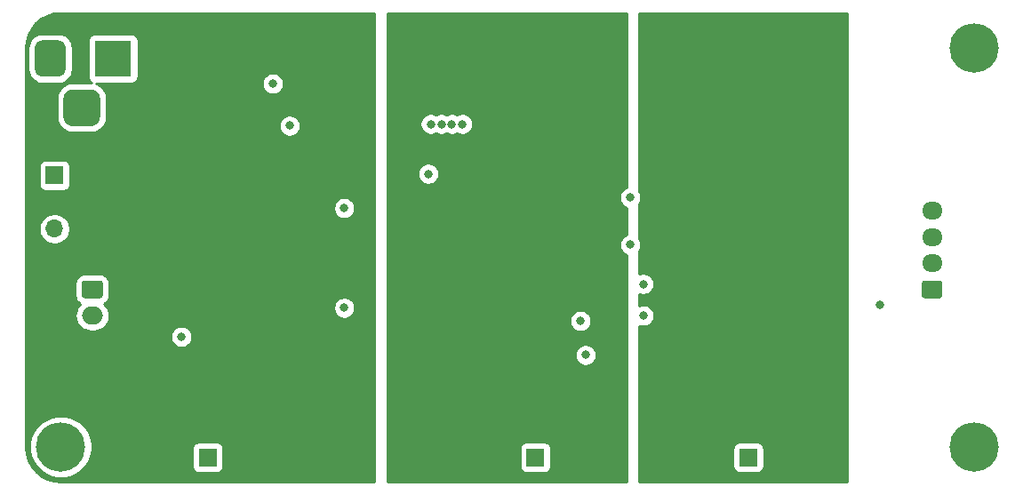
<source format=gbr>
%TF.GenerationSoftware,KiCad,Pcbnew,5.1.10-88a1d61d58~90~ubuntu21.04.1*%
%TF.CreationDate,2021-07-30T10:57:06+02:00*%
%TF.ProjectId,DccDecoder,44636344-6563-46f6-9465-722e6b696361,rev?*%
%TF.SameCoordinates,Original*%
%TF.FileFunction,Copper,L3,Inr*%
%TF.FilePolarity,Positive*%
%FSLAX46Y46*%
G04 Gerber Fmt 4.6, Leading zero omitted, Abs format (unit mm)*
G04 Created by KiCad (PCBNEW 5.1.10-88a1d61d58~90~ubuntu21.04.1) date 2021-07-30 10:57:06*
%MOMM*%
%LPD*%
G01*
G04 APERTURE LIST*
%TA.AperFunction,ComponentPad*%
%ADD10C,4.700000*%
%TD*%
%TA.AperFunction,ComponentPad*%
%ADD11O,1.700000X1.700000*%
%TD*%
%TA.AperFunction,ComponentPad*%
%ADD12R,1.700000X1.700000*%
%TD*%
%TA.AperFunction,ComponentPad*%
%ADD13R,3.500000X3.500000*%
%TD*%
%TA.AperFunction,ComponentPad*%
%ADD14O,1.950000X1.700000*%
%TD*%
%TA.AperFunction,ComponentPad*%
%ADD15O,2.000000X1.700000*%
%TD*%
%TA.AperFunction,ViaPad*%
%ADD16C,0.800000*%
%TD*%
%TA.AperFunction,Conductor*%
%ADD17C,0.254000*%
%TD*%
%TA.AperFunction,Conductor*%
%ADD18C,0.100000*%
%TD*%
G04 APERTURE END LIST*
D10*
%TO.N,GND*%
%TO.C,H3*%
X111000000Y-24000000D03*
%TD*%
%TO.N,GND*%
%TO.C,H2*%
X111000000Y-62000000D03*
%TD*%
%TO.N,GND*%
%TO.C,H1*%
X24000000Y-62000000D03*
%TD*%
D11*
%TO.N,+3V3*%
%TO.C,J6*%
X92040000Y-63000000D03*
D12*
%TO.N,GND*%
X89500000Y-63000000D03*
%TD*%
D11*
%TO.N,+5V*%
%TO.C,J5*%
X71750000Y-63000000D03*
D12*
%TO.N,GND*%
X69210000Y-63000000D03*
%TD*%
%TO.N,GND*%
%TO.C,J2*%
%TA.AperFunction,ComponentPad*%
G36*
G01*
X24250000Y-30575000D02*
X24250000Y-28825000D01*
G75*
G02*
X25125000Y-27950000I875000J0D01*
G01*
X26875000Y-27950000D01*
G75*
G02*
X27750000Y-28825000I0J-875000D01*
G01*
X27750000Y-30575000D01*
G75*
G02*
X26875000Y-31450000I-875000J0D01*
G01*
X25125000Y-31450000D01*
G75*
G02*
X24250000Y-30575000I0J875000D01*
G01*
G37*
%TD.AperFunction*%
%TA.AperFunction,ComponentPad*%
G36*
G01*
X21500000Y-26000000D02*
X21500000Y-24000000D01*
G75*
G02*
X22250000Y-23250000I750000J0D01*
G01*
X23750000Y-23250000D01*
G75*
G02*
X24500000Y-24000000I0J-750000D01*
G01*
X24500000Y-26000000D01*
G75*
G02*
X23750000Y-26750000I-750000J0D01*
G01*
X22250000Y-26750000D01*
G75*
G02*
X21500000Y-26000000I0J750000D01*
G01*
G37*
%TD.AperFunction*%
D13*
%TO.N,/Power Distribution/Vin*%
X29000000Y-25000000D03*
%TD*%
D14*
%TO.N,GND*%
%TO.C,J7*%
X107000000Y-39500000D03*
%TO.N,/_dcc*%
X107000000Y-42000000D03*
%TO.N,/_ack*%
X107000000Y-44500000D03*
%TO.N,+5V*%
%TA.AperFunction,ComponentPad*%
G36*
G01*
X107725000Y-47850000D02*
X106275000Y-47850000D01*
G75*
G02*
X106025000Y-47600000I0J250000D01*
G01*
X106025000Y-46400000D01*
G75*
G02*
X106275000Y-46150000I250000J0D01*
G01*
X107725000Y-46150000D01*
G75*
G02*
X107975000Y-46400000I0J-250000D01*
G01*
X107975000Y-47600000D01*
G75*
G02*
X107725000Y-47850000I-250000J0D01*
G01*
G37*
%TD.AperFunction*%
%TD*%
D11*
%TO.N,Vdrive*%
%TO.C,J4*%
X40540000Y-63000000D03*
D12*
%TO.N,GND*%
X38000000Y-63000000D03*
%TD*%
D11*
%TO.N,/Dcc Interface/DccPower*%
%TO.C,J3*%
X23400000Y-41230000D03*
%TO.N,Vdrive*%
X23400000Y-38690000D03*
D12*
%TO.N,/Power Distribution/Vin*%
X23400000Y-36150000D03*
%TD*%
D15*
%TO.N,/Dcc Interface/J*%
%TO.C,J1*%
X27000000Y-49500000D03*
%TO.N,/Dcc Interface/K*%
%TA.AperFunction,ComponentPad*%
G36*
G01*
X26250000Y-46150000D02*
X27750000Y-46150000D01*
G75*
G02*
X28000000Y-46400000I0J-250000D01*
G01*
X28000000Y-47600000D01*
G75*
G02*
X27750000Y-47850000I-250000J0D01*
G01*
X26250000Y-47850000D01*
G75*
G02*
X26000000Y-47600000I0J250000D01*
G01*
X26000000Y-46400000D01*
G75*
G02*
X26250000Y-46150000I250000J0D01*
G01*
G37*
%TD.AperFunction*%
%TD*%
D16*
%TO.N,GND*%
X102000000Y-48500000D03*
X61250000Y-31250000D03*
X60250000Y-31250000D03*
X59250000Y-31250000D03*
X62250000Y-31250000D03*
X79500000Y-46500000D03*
X79500000Y-49500000D03*
X59000000Y-36000000D03*
X45800000Y-31400000D03*
X44200000Y-27400000D03*
%TO.N,Vdrive*%
X50600000Y-21400000D03*
X49600000Y-21400000D03*
X48600000Y-21400000D03*
X26310000Y-38690000D03*
X27439988Y-38690000D03*
X28750000Y-38690000D03*
%TO.N,+5V*%
X59000000Y-53000000D03*
X60000000Y-53000000D03*
X61000000Y-53000000D03*
X61000000Y-52000000D03*
X60000000Y-52000000D03*
X59000000Y-52000000D03*
X69000000Y-53000000D03*
X68000000Y-53000000D03*
X69000000Y-23000000D03*
%TO.N,/Dcc Interface/K*%
X74000000Y-53250000D03*
%TO.N,/Dcc Interface/J*%
X35500000Y-51500000D03*
X73500000Y-50000000D03*
%TO.N,+3V3*%
X86025000Y-29975000D03*
X84350000Y-29650000D03*
%TO.N,/Dcc Interface/DccP+*%
X51000000Y-48750000D03*
X78250410Y-42749590D03*
%TO.N,/Dcc Interface/DccP-*%
X51000000Y-39250000D03*
X78250000Y-38250000D03*
%TD*%
D17*
%TO.N,Vdrive*%
X53873000Y-65340000D02*
X24032279Y-65340000D01*
X23351874Y-65273286D01*
X22728430Y-65085057D01*
X22153427Y-64779323D01*
X21648752Y-64367721D01*
X21233638Y-63865933D01*
X20923896Y-63293077D01*
X20731318Y-62670961D01*
X20660000Y-61992417D01*
X20660000Y-61706003D01*
X21015000Y-61706003D01*
X21015000Y-62293997D01*
X21129712Y-62870692D01*
X21354727Y-63413928D01*
X21681399Y-63902826D01*
X22097174Y-64318601D01*
X22586072Y-64645273D01*
X23129308Y-64870288D01*
X23706003Y-64985000D01*
X24293997Y-64985000D01*
X24870692Y-64870288D01*
X25413928Y-64645273D01*
X25902826Y-64318601D01*
X26318601Y-63902826D01*
X26645273Y-63413928D01*
X26870288Y-62870692D01*
X26985000Y-62293997D01*
X26985000Y-62150000D01*
X36511928Y-62150000D01*
X36511928Y-63850000D01*
X36524188Y-63974482D01*
X36560498Y-64094180D01*
X36619463Y-64204494D01*
X36698815Y-64301185D01*
X36795506Y-64380537D01*
X36905820Y-64439502D01*
X37025518Y-64475812D01*
X37150000Y-64488072D01*
X38850000Y-64488072D01*
X38974482Y-64475812D01*
X39094180Y-64439502D01*
X39204494Y-64380537D01*
X39301185Y-64301185D01*
X39380537Y-64204494D01*
X39439502Y-64094180D01*
X39475812Y-63974482D01*
X39488072Y-63850000D01*
X39488072Y-62150000D01*
X39475812Y-62025518D01*
X39439502Y-61905820D01*
X39380537Y-61795506D01*
X39301185Y-61698815D01*
X39204494Y-61619463D01*
X39094180Y-61560498D01*
X38974482Y-61524188D01*
X38850000Y-61511928D01*
X37150000Y-61511928D01*
X37025518Y-61524188D01*
X36905820Y-61560498D01*
X36795506Y-61619463D01*
X36698815Y-61698815D01*
X36619463Y-61795506D01*
X36560498Y-61905820D01*
X36524188Y-62025518D01*
X36511928Y-62150000D01*
X26985000Y-62150000D01*
X26985000Y-61706003D01*
X26870288Y-61129308D01*
X26645273Y-60586072D01*
X26318601Y-60097174D01*
X25902826Y-59681399D01*
X25413928Y-59354727D01*
X24870692Y-59129712D01*
X24293997Y-59015000D01*
X23706003Y-59015000D01*
X23129308Y-59129712D01*
X22586072Y-59354727D01*
X22097174Y-59681399D01*
X21681399Y-60097174D01*
X21354727Y-60586072D01*
X21129712Y-61129308D01*
X21015000Y-61706003D01*
X20660000Y-61706003D01*
X20660000Y-51398061D01*
X34465000Y-51398061D01*
X34465000Y-51601939D01*
X34504774Y-51801898D01*
X34582795Y-51990256D01*
X34696063Y-52159774D01*
X34840226Y-52303937D01*
X35009744Y-52417205D01*
X35198102Y-52495226D01*
X35398061Y-52535000D01*
X35601939Y-52535000D01*
X35801898Y-52495226D01*
X35990256Y-52417205D01*
X36159774Y-52303937D01*
X36303937Y-52159774D01*
X36417205Y-51990256D01*
X36495226Y-51801898D01*
X36535000Y-51601939D01*
X36535000Y-51398061D01*
X36495226Y-51198102D01*
X36417205Y-51009744D01*
X36303937Y-50840226D01*
X36159774Y-50696063D01*
X35990256Y-50582795D01*
X35801898Y-50504774D01*
X35601939Y-50465000D01*
X35398061Y-50465000D01*
X35198102Y-50504774D01*
X35009744Y-50582795D01*
X34840226Y-50696063D01*
X34696063Y-50840226D01*
X34582795Y-51009744D01*
X34504774Y-51198102D01*
X34465000Y-51398061D01*
X20660000Y-51398061D01*
X20660000Y-49500000D01*
X25357815Y-49500000D01*
X25386487Y-49791111D01*
X25471401Y-50071034D01*
X25609294Y-50329014D01*
X25794866Y-50555134D01*
X26020986Y-50740706D01*
X26278966Y-50878599D01*
X26558889Y-50963513D01*
X26777050Y-50985000D01*
X27222950Y-50985000D01*
X27441111Y-50963513D01*
X27721034Y-50878599D01*
X27979014Y-50740706D01*
X28205134Y-50555134D01*
X28390706Y-50329014D01*
X28528599Y-50071034D01*
X28613513Y-49791111D01*
X28642185Y-49500000D01*
X28613513Y-49208889D01*
X28528599Y-48928966D01*
X28390706Y-48670986D01*
X28371892Y-48648061D01*
X49965000Y-48648061D01*
X49965000Y-48851939D01*
X50004774Y-49051898D01*
X50082795Y-49240256D01*
X50196063Y-49409774D01*
X50340226Y-49553937D01*
X50509744Y-49667205D01*
X50698102Y-49745226D01*
X50898061Y-49785000D01*
X51101939Y-49785000D01*
X51301898Y-49745226D01*
X51490256Y-49667205D01*
X51659774Y-49553937D01*
X51803937Y-49409774D01*
X51917205Y-49240256D01*
X51995226Y-49051898D01*
X52035000Y-48851939D01*
X52035000Y-48648061D01*
X51995226Y-48448102D01*
X51917205Y-48259744D01*
X51803937Y-48090226D01*
X51659774Y-47946063D01*
X51490256Y-47832795D01*
X51301898Y-47754774D01*
X51101939Y-47715000D01*
X50898061Y-47715000D01*
X50698102Y-47754774D01*
X50509744Y-47832795D01*
X50340226Y-47946063D01*
X50196063Y-48090226D01*
X50082795Y-48259744D01*
X50004774Y-48448102D01*
X49965000Y-48648061D01*
X28371892Y-48648061D01*
X28205134Y-48444866D01*
X28141663Y-48392777D01*
X28243386Y-48338405D01*
X28377962Y-48227962D01*
X28488405Y-48093386D01*
X28570472Y-47939850D01*
X28621008Y-47773254D01*
X28638072Y-47600000D01*
X28638072Y-46400000D01*
X28621008Y-46226746D01*
X28570472Y-46060150D01*
X28488405Y-45906614D01*
X28377962Y-45772038D01*
X28243386Y-45661595D01*
X28089850Y-45579528D01*
X27923254Y-45528992D01*
X27750000Y-45511928D01*
X26250000Y-45511928D01*
X26076746Y-45528992D01*
X25910150Y-45579528D01*
X25756614Y-45661595D01*
X25622038Y-45772038D01*
X25511595Y-45906614D01*
X25429528Y-46060150D01*
X25378992Y-46226746D01*
X25361928Y-46400000D01*
X25361928Y-47600000D01*
X25378992Y-47773254D01*
X25429528Y-47939850D01*
X25511595Y-48093386D01*
X25622038Y-48227962D01*
X25756614Y-48338405D01*
X25858337Y-48392777D01*
X25794866Y-48444866D01*
X25609294Y-48670986D01*
X25471401Y-48928966D01*
X25386487Y-49208889D01*
X25357815Y-49500000D01*
X20660000Y-49500000D01*
X20660000Y-41083740D01*
X21915000Y-41083740D01*
X21915000Y-41376260D01*
X21972068Y-41663158D01*
X22084010Y-41933411D01*
X22246525Y-42176632D01*
X22453368Y-42383475D01*
X22696589Y-42545990D01*
X22966842Y-42657932D01*
X23253740Y-42715000D01*
X23546260Y-42715000D01*
X23833158Y-42657932D01*
X24103411Y-42545990D01*
X24346632Y-42383475D01*
X24553475Y-42176632D01*
X24715990Y-41933411D01*
X24827932Y-41663158D01*
X24885000Y-41376260D01*
X24885000Y-41083740D01*
X24827932Y-40796842D01*
X24715990Y-40526589D01*
X24553475Y-40283368D01*
X24346632Y-40076525D01*
X24103411Y-39914010D01*
X23833158Y-39802068D01*
X23546260Y-39745000D01*
X23253740Y-39745000D01*
X22966842Y-39802068D01*
X22696589Y-39914010D01*
X22453368Y-40076525D01*
X22246525Y-40283368D01*
X22084010Y-40526589D01*
X21972068Y-40796842D01*
X21915000Y-41083740D01*
X20660000Y-41083740D01*
X20660000Y-39148061D01*
X49965000Y-39148061D01*
X49965000Y-39351939D01*
X50004774Y-39551898D01*
X50082795Y-39740256D01*
X50196063Y-39909774D01*
X50340226Y-40053937D01*
X50509744Y-40167205D01*
X50698102Y-40245226D01*
X50898061Y-40285000D01*
X51101939Y-40285000D01*
X51301898Y-40245226D01*
X51490256Y-40167205D01*
X51659774Y-40053937D01*
X51803937Y-39909774D01*
X51917205Y-39740256D01*
X51995226Y-39551898D01*
X52035000Y-39351939D01*
X52035000Y-39148061D01*
X51995226Y-38948102D01*
X51917205Y-38759744D01*
X51803937Y-38590226D01*
X51659774Y-38446063D01*
X51490256Y-38332795D01*
X51301898Y-38254774D01*
X51101939Y-38215000D01*
X50898061Y-38215000D01*
X50698102Y-38254774D01*
X50509744Y-38332795D01*
X50340226Y-38446063D01*
X50196063Y-38590226D01*
X50082795Y-38759744D01*
X50004774Y-38948102D01*
X49965000Y-39148061D01*
X20660000Y-39148061D01*
X20660000Y-35300000D01*
X21911928Y-35300000D01*
X21911928Y-37000000D01*
X21924188Y-37124482D01*
X21960498Y-37244180D01*
X22019463Y-37354494D01*
X22098815Y-37451185D01*
X22195506Y-37530537D01*
X22305820Y-37589502D01*
X22425518Y-37625812D01*
X22550000Y-37638072D01*
X24250000Y-37638072D01*
X24374482Y-37625812D01*
X24494180Y-37589502D01*
X24604494Y-37530537D01*
X24701185Y-37451185D01*
X24780537Y-37354494D01*
X24839502Y-37244180D01*
X24875812Y-37124482D01*
X24888072Y-37000000D01*
X24888072Y-35300000D01*
X24875812Y-35175518D01*
X24839502Y-35055820D01*
X24780537Y-34945506D01*
X24701185Y-34848815D01*
X24604494Y-34769463D01*
X24494180Y-34710498D01*
X24374482Y-34674188D01*
X24250000Y-34661928D01*
X22550000Y-34661928D01*
X22425518Y-34674188D01*
X22305820Y-34710498D01*
X22195506Y-34769463D01*
X22098815Y-34848815D01*
X22019463Y-34945506D01*
X21960498Y-35055820D01*
X21924188Y-35175518D01*
X21911928Y-35300000D01*
X20660000Y-35300000D01*
X20660000Y-28825000D01*
X23611928Y-28825000D01*
X23611928Y-30575000D01*
X23641001Y-30870186D01*
X23727104Y-31154028D01*
X23866927Y-31415618D01*
X24055097Y-31644903D01*
X24284382Y-31833073D01*
X24545972Y-31972896D01*
X24829814Y-32058999D01*
X25125000Y-32088072D01*
X26875000Y-32088072D01*
X27170186Y-32058999D01*
X27454028Y-31972896D01*
X27715618Y-31833073D01*
X27944903Y-31644903D01*
X28133073Y-31415618D01*
X28195908Y-31298061D01*
X44765000Y-31298061D01*
X44765000Y-31501939D01*
X44804774Y-31701898D01*
X44882795Y-31890256D01*
X44996063Y-32059774D01*
X45140226Y-32203937D01*
X45309744Y-32317205D01*
X45498102Y-32395226D01*
X45698061Y-32435000D01*
X45901939Y-32435000D01*
X46101898Y-32395226D01*
X46290256Y-32317205D01*
X46459774Y-32203937D01*
X46603937Y-32059774D01*
X46717205Y-31890256D01*
X46795226Y-31701898D01*
X46835000Y-31501939D01*
X46835000Y-31298061D01*
X46795226Y-31098102D01*
X46717205Y-30909744D01*
X46603937Y-30740226D01*
X46459774Y-30596063D01*
X46290256Y-30482795D01*
X46101898Y-30404774D01*
X45901939Y-30365000D01*
X45698061Y-30365000D01*
X45498102Y-30404774D01*
X45309744Y-30482795D01*
X45140226Y-30596063D01*
X44996063Y-30740226D01*
X44882795Y-30909744D01*
X44804774Y-31098102D01*
X44765000Y-31298061D01*
X28195908Y-31298061D01*
X28272896Y-31154028D01*
X28358999Y-30870186D01*
X28388072Y-30575000D01*
X28388072Y-28825000D01*
X28358999Y-28529814D01*
X28272896Y-28245972D01*
X28133073Y-27984382D01*
X27944903Y-27755097D01*
X27715618Y-27566927D01*
X27454028Y-27427104D01*
X27325357Y-27388072D01*
X30750000Y-27388072D01*
X30874482Y-27375812D01*
X30994180Y-27339502D01*
X31071709Y-27298061D01*
X43165000Y-27298061D01*
X43165000Y-27501939D01*
X43204774Y-27701898D01*
X43282795Y-27890256D01*
X43396063Y-28059774D01*
X43540226Y-28203937D01*
X43709744Y-28317205D01*
X43898102Y-28395226D01*
X44098061Y-28435000D01*
X44301939Y-28435000D01*
X44501898Y-28395226D01*
X44690256Y-28317205D01*
X44859774Y-28203937D01*
X45003937Y-28059774D01*
X45117205Y-27890256D01*
X45195226Y-27701898D01*
X45235000Y-27501939D01*
X45235000Y-27298061D01*
X45195226Y-27098102D01*
X45117205Y-26909744D01*
X45003937Y-26740226D01*
X44859774Y-26596063D01*
X44690256Y-26482795D01*
X44501898Y-26404774D01*
X44301939Y-26365000D01*
X44098061Y-26365000D01*
X43898102Y-26404774D01*
X43709744Y-26482795D01*
X43540226Y-26596063D01*
X43396063Y-26740226D01*
X43282795Y-26909744D01*
X43204774Y-27098102D01*
X43165000Y-27298061D01*
X31071709Y-27298061D01*
X31104494Y-27280537D01*
X31201185Y-27201185D01*
X31280537Y-27104494D01*
X31339502Y-26994180D01*
X31375812Y-26874482D01*
X31388072Y-26750000D01*
X31388072Y-23250000D01*
X31375812Y-23125518D01*
X31339502Y-23005820D01*
X31280537Y-22895506D01*
X31201185Y-22798815D01*
X31104494Y-22719463D01*
X30994180Y-22660498D01*
X30874482Y-22624188D01*
X30750000Y-22611928D01*
X27250000Y-22611928D01*
X27125518Y-22624188D01*
X27005820Y-22660498D01*
X26895506Y-22719463D01*
X26798815Y-22798815D01*
X26719463Y-22895506D01*
X26660498Y-23005820D01*
X26624188Y-23125518D01*
X26611928Y-23250000D01*
X26611928Y-26750000D01*
X26624188Y-26874482D01*
X26660498Y-26994180D01*
X26719463Y-27104494D01*
X26798815Y-27201185D01*
X26895506Y-27280537D01*
X26972131Y-27321494D01*
X26875000Y-27311928D01*
X25125000Y-27311928D01*
X24829814Y-27341001D01*
X24545972Y-27427104D01*
X24284382Y-27566927D01*
X24055097Y-27755097D01*
X23866927Y-27984382D01*
X23727104Y-28245972D01*
X23641001Y-28529814D01*
X23611928Y-28825000D01*
X20660000Y-28825000D01*
X20660000Y-24032278D01*
X20663164Y-24000000D01*
X20861928Y-24000000D01*
X20861928Y-26000000D01*
X20888599Y-26270799D01*
X20967589Y-26531192D01*
X21095860Y-26771171D01*
X21268485Y-26981515D01*
X21478829Y-27154140D01*
X21718808Y-27282411D01*
X21979201Y-27361401D01*
X22250000Y-27388072D01*
X23750000Y-27388072D01*
X24020799Y-27361401D01*
X24281192Y-27282411D01*
X24521171Y-27154140D01*
X24731515Y-26981515D01*
X24904140Y-26771171D01*
X25032411Y-26531192D01*
X25111401Y-26270799D01*
X25138072Y-26000000D01*
X25138072Y-24000000D01*
X25111401Y-23729201D01*
X25032411Y-23468808D01*
X24904140Y-23228829D01*
X24731515Y-23018485D01*
X24521171Y-22845860D01*
X24281192Y-22717589D01*
X24020799Y-22638599D01*
X23750000Y-22611928D01*
X22250000Y-22611928D01*
X21979201Y-22638599D01*
X21718808Y-22717589D01*
X21478829Y-22845860D01*
X21268485Y-23018485D01*
X21095860Y-23228829D01*
X20967589Y-23468808D01*
X20888599Y-23729201D01*
X20861928Y-24000000D01*
X20663164Y-24000000D01*
X20726714Y-23351874D01*
X20914943Y-22728428D01*
X21220681Y-22153421D01*
X21632279Y-21648753D01*
X22134067Y-21233638D01*
X22706924Y-20923895D01*
X23329039Y-20731318D01*
X24007584Y-20660000D01*
X53873000Y-20660000D01*
X53873000Y-65340000D01*
%TA.AperFunction,Conductor*%
D18*
G36*
X53873000Y-65340000D02*
G01*
X24032279Y-65340000D01*
X23351874Y-65273286D01*
X22728430Y-65085057D01*
X22153427Y-64779323D01*
X21648752Y-64367721D01*
X21233638Y-63865933D01*
X20923896Y-63293077D01*
X20731318Y-62670961D01*
X20660000Y-61992417D01*
X20660000Y-61706003D01*
X21015000Y-61706003D01*
X21015000Y-62293997D01*
X21129712Y-62870692D01*
X21354727Y-63413928D01*
X21681399Y-63902826D01*
X22097174Y-64318601D01*
X22586072Y-64645273D01*
X23129308Y-64870288D01*
X23706003Y-64985000D01*
X24293997Y-64985000D01*
X24870692Y-64870288D01*
X25413928Y-64645273D01*
X25902826Y-64318601D01*
X26318601Y-63902826D01*
X26645273Y-63413928D01*
X26870288Y-62870692D01*
X26985000Y-62293997D01*
X26985000Y-62150000D01*
X36511928Y-62150000D01*
X36511928Y-63850000D01*
X36524188Y-63974482D01*
X36560498Y-64094180D01*
X36619463Y-64204494D01*
X36698815Y-64301185D01*
X36795506Y-64380537D01*
X36905820Y-64439502D01*
X37025518Y-64475812D01*
X37150000Y-64488072D01*
X38850000Y-64488072D01*
X38974482Y-64475812D01*
X39094180Y-64439502D01*
X39204494Y-64380537D01*
X39301185Y-64301185D01*
X39380537Y-64204494D01*
X39439502Y-64094180D01*
X39475812Y-63974482D01*
X39488072Y-63850000D01*
X39488072Y-62150000D01*
X39475812Y-62025518D01*
X39439502Y-61905820D01*
X39380537Y-61795506D01*
X39301185Y-61698815D01*
X39204494Y-61619463D01*
X39094180Y-61560498D01*
X38974482Y-61524188D01*
X38850000Y-61511928D01*
X37150000Y-61511928D01*
X37025518Y-61524188D01*
X36905820Y-61560498D01*
X36795506Y-61619463D01*
X36698815Y-61698815D01*
X36619463Y-61795506D01*
X36560498Y-61905820D01*
X36524188Y-62025518D01*
X36511928Y-62150000D01*
X26985000Y-62150000D01*
X26985000Y-61706003D01*
X26870288Y-61129308D01*
X26645273Y-60586072D01*
X26318601Y-60097174D01*
X25902826Y-59681399D01*
X25413928Y-59354727D01*
X24870692Y-59129712D01*
X24293997Y-59015000D01*
X23706003Y-59015000D01*
X23129308Y-59129712D01*
X22586072Y-59354727D01*
X22097174Y-59681399D01*
X21681399Y-60097174D01*
X21354727Y-60586072D01*
X21129712Y-61129308D01*
X21015000Y-61706003D01*
X20660000Y-61706003D01*
X20660000Y-51398061D01*
X34465000Y-51398061D01*
X34465000Y-51601939D01*
X34504774Y-51801898D01*
X34582795Y-51990256D01*
X34696063Y-52159774D01*
X34840226Y-52303937D01*
X35009744Y-52417205D01*
X35198102Y-52495226D01*
X35398061Y-52535000D01*
X35601939Y-52535000D01*
X35801898Y-52495226D01*
X35990256Y-52417205D01*
X36159774Y-52303937D01*
X36303937Y-52159774D01*
X36417205Y-51990256D01*
X36495226Y-51801898D01*
X36535000Y-51601939D01*
X36535000Y-51398061D01*
X36495226Y-51198102D01*
X36417205Y-51009744D01*
X36303937Y-50840226D01*
X36159774Y-50696063D01*
X35990256Y-50582795D01*
X35801898Y-50504774D01*
X35601939Y-50465000D01*
X35398061Y-50465000D01*
X35198102Y-50504774D01*
X35009744Y-50582795D01*
X34840226Y-50696063D01*
X34696063Y-50840226D01*
X34582795Y-51009744D01*
X34504774Y-51198102D01*
X34465000Y-51398061D01*
X20660000Y-51398061D01*
X20660000Y-49500000D01*
X25357815Y-49500000D01*
X25386487Y-49791111D01*
X25471401Y-50071034D01*
X25609294Y-50329014D01*
X25794866Y-50555134D01*
X26020986Y-50740706D01*
X26278966Y-50878599D01*
X26558889Y-50963513D01*
X26777050Y-50985000D01*
X27222950Y-50985000D01*
X27441111Y-50963513D01*
X27721034Y-50878599D01*
X27979014Y-50740706D01*
X28205134Y-50555134D01*
X28390706Y-50329014D01*
X28528599Y-50071034D01*
X28613513Y-49791111D01*
X28642185Y-49500000D01*
X28613513Y-49208889D01*
X28528599Y-48928966D01*
X28390706Y-48670986D01*
X28371892Y-48648061D01*
X49965000Y-48648061D01*
X49965000Y-48851939D01*
X50004774Y-49051898D01*
X50082795Y-49240256D01*
X50196063Y-49409774D01*
X50340226Y-49553937D01*
X50509744Y-49667205D01*
X50698102Y-49745226D01*
X50898061Y-49785000D01*
X51101939Y-49785000D01*
X51301898Y-49745226D01*
X51490256Y-49667205D01*
X51659774Y-49553937D01*
X51803937Y-49409774D01*
X51917205Y-49240256D01*
X51995226Y-49051898D01*
X52035000Y-48851939D01*
X52035000Y-48648061D01*
X51995226Y-48448102D01*
X51917205Y-48259744D01*
X51803937Y-48090226D01*
X51659774Y-47946063D01*
X51490256Y-47832795D01*
X51301898Y-47754774D01*
X51101939Y-47715000D01*
X50898061Y-47715000D01*
X50698102Y-47754774D01*
X50509744Y-47832795D01*
X50340226Y-47946063D01*
X50196063Y-48090226D01*
X50082795Y-48259744D01*
X50004774Y-48448102D01*
X49965000Y-48648061D01*
X28371892Y-48648061D01*
X28205134Y-48444866D01*
X28141663Y-48392777D01*
X28243386Y-48338405D01*
X28377962Y-48227962D01*
X28488405Y-48093386D01*
X28570472Y-47939850D01*
X28621008Y-47773254D01*
X28638072Y-47600000D01*
X28638072Y-46400000D01*
X28621008Y-46226746D01*
X28570472Y-46060150D01*
X28488405Y-45906614D01*
X28377962Y-45772038D01*
X28243386Y-45661595D01*
X28089850Y-45579528D01*
X27923254Y-45528992D01*
X27750000Y-45511928D01*
X26250000Y-45511928D01*
X26076746Y-45528992D01*
X25910150Y-45579528D01*
X25756614Y-45661595D01*
X25622038Y-45772038D01*
X25511595Y-45906614D01*
X25429528Y-46060150D01*
X25378992Y-46226746D01*
X25361928Y-46400000D01*
X25361928Y-47600000D01*
X25378992Y-47773254D01*
X25429528Y-47939850D01*
X25511595Y-48093386D01*
X25622038Y-48227962D01*
X25756614Y-48338405D01*
X25858337Y-48392777D01*
X25794866Y-48444866D01*
X25609294Y-48670986D01*
X25471401Y-48928966D01*
X25386487Y-49208889D01*
X25357815Y-49500000D01*
X20660000Y-49500000D01*
X20660000Y-41083740D01*
X21915000Y-41083740D01*
X21915000Y-41376260D01*
X21972068Y-41663158D01*
X22084010Y-41933411D01*
X22246525Y-42176632D01*
X22453368Y-42383475D01*
X22696589Y-42545990D01*
X22966842Y-42657932D01*
X23253740Y-42715000D01*
X23546260Y-42715000D01*
X23833158Y-42657932D01*
X24103411Y-42545990D01*
X24346632Y-42383475D01*
X24553475Y-42176632D01*
X24715990Y-41933411D01*
X24827932Y-41663158D01*
X24885000Y-41376260D01*
X24885000Y-41083740D01*
X24827932Y-40796842D01*
X24715990Y-40526589D01*
X24553475Y-40283368D01*
X24346632Y-40076525D01*
X24103411Y-39914010D01*
X23833158Y-39802068D01*
X23546260Y-39745000D01*
X23253740Y-39745000D01*
X22966842Y-39802068D01*
X22696589Y-39914010D01*
X22453368Y-40076525D01*
X22246525Y-40283368D01*
X22084010Y-40526589D01*
X21972068Y-40796842D01*
X21915000Y-41083740D01*
X20660000Y-41083740D01*
X20660000Y-39148061D01*
X49965000Y-39148061D01*
X49965000Y-39351939D01*
X50004774Y-39551898D01*
X50082795Y-39740256D01*
X50196063Y-39909774D01*
X50340226Y-40053937D01*
X50509744Y-40167205D01*
X50698102Y-40245226D01*
X50898061Y-40285000D01*
X51101939Y-40285000D01*
X51301898Y-40245226D01*
X51490256Y-40167205D01*
X51659774Y-40053937D01*
X51803937Y-39909774D01*
X51917205Y-39740256D01*
X51995226Y-39551898D01*
X52035000Y-39351939D01*
X52035000Y-39148061D01*
X51995226Y-38948102D01*
X51917205Y-38759744D01*
X51803937Y-38590226D01*
X51659774Y-38446063D01*
X51490256Y-38332795D01*
X51301898Y-38254774D01*
X51101939Y-38215000D01*
X50898061Y-38215000D01*
X50698102Y-38254774D01*
X50509744Y-38332795D01*
X50340226Y-38446063D01*
X50196063Y-38590226D01*
X50082795Y-38759744D01*
X50004774Y-38948102D01*
X49965000Y-39148061D01*
X20660000Y-39148061D01*
X20660000Y-35300000D01*
X21911928Y-35300000D01*
X21911928Y-37000000D01*
X21924188Y-37124482D01*
X21960498Y-37244180D01*
X22019463Y-37354494D01*
X22098815Y-37451185D01*
X22195506Y-37530537D01*
X22305820Y-37589502D01*
X22425518Y-37625812D01*
X22550000Y-37638072D01*
X24250000Y-37638072D01*
X24374482Y-37625812D01*
X24494180Y-37589502D01*
X24604494Y-37530537D01*
X24701185Y-37451185D01*
X24780537Y-37354494D01*
X24839502Y-37244180D01*
X24875812Y-37124482D01*
X24888072Y-37000000D01*
X24888072Y-35300000D01*
X24875812Y-35175518D01*
X24839502Y-35055820D01*
X24780537Y-34945506D01*
X24701185Y-34848815D01*
X24604494Y-34769463D01*
X24494180Y-34710498D01*
X24374482Y-34674188D01*
X24250000Y-34661928D01*
X22550000Y-34661928D01*
X22425518Y-34674188D01*
X22305820Y-34710498D01*
X22195506Y-34769463D01*
X22098815Y-34848815D01*
X22019463Y-34945506D01*
X21960498Y-35055820D01*
X21924188Y-35175518D01*
X21911928Y-35300000D01*
X20660000Y-35300000D01*
X20660000Y-28825000D01*
X23611928Y-28825000D01*
X23611928Y-30575000D01*
X23641001Y-30870186D01*
X23727104Y-31154028D01*
X23866927Y-31415618D01*
X24055097Y-31644903D01*
X24284382Y-31833073D01*
X24545972Y-31972896D01*
X24829814Y-32058999D01*
X25125000Y-32088072D01*
X26875000Y-32088072D01*
X27170186Y-32058999D01*
X27454028Y-31972896D01*
X27715618Y-31833073D01*
X27944903Y-31644903D01*
X28133073Y-31415618D01*
X28195908Y-31298061D01*
X44765000Y-31298061D01*
X44765000Y-31501939D01*
X44804774Y-31701898D01*
X44882795Y-31890256D01*
X44996063Y-32059774D01*
X45140226Y-32203937D01*
X45309744Y-32317205D01*
X45498102Y-32395226D01*
X45698061Y-32435000D01*
X45901939Y-32435000D01*
X46101898Y-32395226D01*
X46290256Y-32317205D01*
X46459774Y-32203937D01*
X46603937Y-32059774D01*
X46717205Y-31890256D01*
X46795226Y-31701898D01*
X46835000Y-31501939D01*
X46835000Y-31298061D01*
X46795226Y-31098102D01*
X46717205Y-30909744D01*
X46603937Y-30740226D01*
X46459774Y-30596063D01*
X46290256Y-30482795D01*
X46101898Y-30404774D01*
X45901939Y-30365000D01*
X45698061Y-30365000D01*
X45498102Y-30404774D01*
X45309744Y-30482795D01*
X45140226Y-30596063D01*
X44996063Y-30740226D01*
X44882795Y-30909744D01*
X44804774Y-31098102D01*
X44765000Y-31298061D01*
X28195908Y-31298061D01*
X28272896Y-31154028D01*
X28358999Y-30870186D01*
X28388072Y-30575000D01*
X28388072Y-28825000D01*
X28358999Y-28529814D01*
X28272896Y-28245972D01*
X28133073Y-27984382D01*
X27944903Y-27755097D01*
X27715618Y-27566927D01*
X27454028Y-27427104D01*
X27325357Y-27388072D01*
X30750000Y-27388072D01*
X30874482Y-27375812D01*
X30994180Y-27339502D01*
X31071709Y-27298061D01*
X43165000Y-27298061D01*
X43165000Y-27501939D01*
X43204774Y-27701898D01*
X43282795Y-27890256D01*
X43396063Y-28059774D01*
X43540226Y-28203937D01*
X43709744Y-28317205D01*
X43898102Y-28395226D01*
X44098061Y-28435000D01*
X44301939Y-28435000D01*
X44501898Y-28395226D01*
X44690256Y-28317205D01*
X44859774Y-28203937D01*
X45003937Y-28059774D01*
X45117205Y-27890256D01*
X45195226Y-27701898D01*
X45235000Y-27501939D01*
X45235000Y-27298061D01*
X45195226Y-27098102D01*
X45117205Y-26909744D01*
X45003937Y-26740226D01*
X44859774Y-26596063D01*
X44690256Y-26482795D01*
X44501898Y-26404774D01*
X44301939Y-26365000D01*
X44098061Y-26365000D01*
X43898102Y-26404774D01*
X43709744Y-26482795D01*
X43540226Y-26596063D01*
X43396063Y-26740226D01*
X43282795Y-26909744D01*
X43204774Y-27098102D01*
X43165000Y-27298061D01*
X31071709Y-27298061D01*
X31104494Y-27280537D01*
X31201185Y-27201185D01*
X31280537Y-27104494D01*
X31339502Y-26994180D01*
X31375812Y-26874482D01*
X31388072Y-26750000D01*
X31388072Y-23250000D01*
X31375812Y-23125518D01*
X31339502Y-23005820D01*
X31280537Y-22895506D01*
X31201185Y-22798815D01*
X31104494Y-22719463D01*
X30994180Y-22660498D01*
X30874482Y-22624188D01*
X30750000Y-22611928D01*
X27250000Y-22611928D01*
X27125518Y-22624188D01*
X27005820Y-22660498D01*
X26895506Y-22719463D01*
X26798815Y-22798815D01*
X26719463Y-22895506D01*
X26660498Y-23005820D01*
X26624188Y-23125518D01*
X26611928Y-23250000D01*
X26611928Y-26750000D01*
X26624188Y-26874482D01*
X26660498Y-26994180D01*
X26719463Y-27104494D01*
X26798815Y-27201185D01*
X26895506Y-27280537D01*
X26972131Y-27321494D01*
X26875000Y-27311928D01*
X25125000Y-27311928D01*
X24829814Y-27341001D01*
X24545972Y-27427104D01*
X24284382Y-27566927D01*
X24055097Y-27755097D01*
X23866927Y-27984382D01*
X23727104Y-28245972D01*
X23641001Y-28529814D01*
X23611928Y-28825000D01*
X20660000Y-28825000D01*
X20660000Y-24032278D01*
X20663164Y-24000000D01*
X20861928Y-24000000D01*
X20861928Y-26000000D01*
X20888599Y-26270799D01*
X20967589Y-26531192D01*
X21095860Y-26771171D01*
X21268485Y-26981515D01*
X21478829Y-27154140D01*
X21718808Y-27282411D01*
X21979201Y-27361401D01*
X22250000Y-27388072D01*
X23750000Y-27388072D01*
X24020799Y-27361401D01*
X24281192Y-27282411D01*
X24521171Y-27154140D01*
X24731515Y-26981515D01*
X24904140Y-26771171D01*
X25032411Y-26531192D01*
X25111401Y-26270799D01*
X25138072Y-26000000D01*
X25138072Y-24000000D01*
X25111401Y-23729201D01*
X25032411Y-23468808D01*
X24904140Y-23228829D01*
X24731515Y-23018485D01*
X24521171Y-22845860D01*
X24281192Y-22717589D01*
X24020799Y-22638599D01*
X23750000Y-22611928D01*
X22250000Y-22611928D01*
X21979201Y-22638599D01*
X21718808Y-22717589D01*
X21478829Y-22845860D01*
X21268485Y-23018485D01*
X21095860Y-23228829D01*
X20967589Y-23468808D01*
X20888599Y-23729201D01*
X20861928Y-24000000D01*
X20663164Y-24000000D01*
X20726714Y-23351874D01*
X20914943Y-22728428D01*
X21220681Y-22153421D01*
X21632279Y-21648753D01*
X22134067Y-21233638D01*
X22706924Y-20923895D01*
X23329039Y-20731318D01*
X24007584Y-20660000D01*
X53873000Y-20660000D01*
X53873000Y-65340000D01*
G37*
%TD.AperFunction*%
%TD*%
D17*
%TO.N,+5V*%
X77873000Y-37285882D02*
X77759744Y-37332795D01*
X77590226Y-37446063D01*
X77446063Y-37590226D01*
X77332795Y-37759744D01*
X77254774Y-37948102D01*
X77215000Y-38148061D01*
X77215000Y-38351939D01*
X77254774Y-38551898D01*
X77332795Y-38740256D01*
X77446063Y-38909774D01*
X77590226Y-39053937D01*
X77759744Y-39167205D01*
X77873000Y-39214118D01*
X77873000Y-41785642D01*
X77760154Y-41832385D01*
X77590636Y-41945653D01*
X77446473Y-42089816D01*
X77333205Y-42259334D01*
X77255184Y-42447692D01*
X77215410Y-42647651D01*
X77215410Y-42851529D01*
X77255184Y-43051488D01*
X77333205Y-43239846D01*
X77446473Y-43409364D01*
X77590636Y-43553527D01*
X77760154Y-43666795D01*
X77873000Y-43713538D01*
X77873000Y-65340000D01*
X55127000Y-65340000D01*
X55127000Y-62150000D01*
X67721928Y-62150000D01*
X67721928Y-63850000D01*
X67734188Y-63974482D01*
X67770498Y-64094180D01*
X67829463Y-64204494D01*
X67908815Y-64301185D01*
X68005506Y-64380537D01*
X68115820Y-64439502D01*
X68235518Y-64475812D01*
X68360000Y-64488072D01*
X70060000Y-64488072D01*
X70184482Y-64475812D01*
X70304180Y-64439502D01*
X70414494Y-64380537D01*
X70511185Y-64301185D01*
X70590537Y-64204494D01*
X70649502Y-64094180D01*
X70685812Y-63974482D01*
X70698072Y-63850000D01*
X70698072Y-62150000D01*
X70685812Y-62025518D01*
X70649502Y-61905820D01*
X70590537Y-61795506D01*
X70511185Y-61698815D01*
X70414494Y-61619463D01*
X70304180Y-61560498D01*
X70184482Y-61524188D01*
X70060000Y-61511928D01*
X68360000Y-61511928D01*
X68235518Y-61524188D01*
X68115820Y-61560498D01*
X68005506Y-61619463D01*
X67908815Y-61698815D01*
X67829463Y-61795506D01*
X67770498Y-61905820D01*
X67734188Y-62025518D01*
X67721928Y-62150000D01*
X55127000Y-62150000D01*
X55127000Y-53148061D01*
X72965000Y-53148061D01*
X72965000Y-53351939D01*
X73004774Y-53551898D01*
X73082795Y-53740256D01*
X73196063Y-53909774D01*
X73340226Y-54053937D01*
X73509744Y-54167205D01*
X73698102Y-54245226D01*
X73898061Y-54285000D01*
X74101939Y-54285000D01*
X74301898Y-54245226D01*
X74490256Y-54167205D01*
X74659774Y-54053937D01*
X74803937Y-53909774D01*
X74917205Y-53740256D01*
X74995226Y-53551898D01*
X75035000Y-53351939D01*
X75035000Y-53148061D01*
X74995226Y-52948102D01*
X74917205Y-52759744D01*
X74803937Y-52590226D01*
X74659774Y-52446063D01*
X74490256Y-52332795D01*
X74301898Y-52254774D01*
X74101939Y-52215000D01*
X73898061Y-52215000D01*
X73698102Y-52254774D01*
X73509744Y-52332795D01*
X73340226Y-52446063D01*
X73196063Y-52590226D01*
X73082795Y-52759744D01*
X73004774Y-52948102D01*
X72965000Y-53148061D01*
X55127000Y-53148061D01*
X55127000Y-49898061D01*
X72465000Y-49898061D01*
X72465000Y-50101939D01*
X72504774Y-50301898D01*
X72582795Y-50490256D01*
X72696063Y-50659774D01*
X72840226Y-50803937D01*
X73009744Y-50917205D01*
X73198102Y-50995226D01*
X73398061Y-51035000D01*
X73601939Y-51035000D01*
X73801898Y-50995226D01*
X73990256Y-50917205D01*
X74159774Y-50803937D01*
X74303937Y-50659774D01*
X74417205Y-50490256D01*
X74495226Y-50301898D01*
X74535000Y-50101939D01*
X74535000Y-49898061D01*
X74495226Y-49698102D01*
X74417205Y-49509744D01*
X74303937Y-49340226D01*
X74159774Y-49196063D01*
X73990256Y-49082795D01*
X73801898Y-49004774D01*
X73601939Y-48965000D01*
X73398061Y-48965000D01*
X73198102Y-49004774D01*
X73009744Y-49082795D01*
X72840226Y-49196063D01*
X72696063Y-49340226D01*
X72582795Y-49509744D01*
X72504774Y-49698102D01*
X72465000Y-49898061D01*
X55127000Y-49898061D01*
X55127000Y-35898061D01*
X57965000Y-35898061D01*
X57965000Y-36101939D01*
X58004774Y-36301898D01*
X58082795Y-36490256D01*
X58196063Y-36659774D01*
X58340226Y-36803937D01*
X58509744Y-36917205D01*
X58698102Y-36995226D01*
X58898061Y-37035000D01*
X59101939Y-37035000D01*
X59301898Y-36995226D01*
X59490256Y-36917205D01*
X59659774Y-36803937D01*
X59803937Y-36659774D01*
X59917205Y-36490256D01*
X59995226Y-36301898D01*
X60035000Y-36101939D01*
X60035000Y-35898061D01*
X59995226Y-35698102D01*
X59917205Y-35509744D01*
X59803937Y-35340226D01*
X59659774Y-35196063D01*
X59490256Y-35082795D01*
X59301898Y-35004774D01*
X59101939Y-34965000D01*
X58898061Y-34965000D01*
X58698102Y-35004774D01*
X58509744Y-35082795D01*
X58340226Y-35196063D01*
X58196063Y-35340226D01*
X58082795Y-35509744D01*
X58004774Y-35698102D01*
X57965000Y-35898061D01*
X55127000Y-35898061D01*
X55127000Y-31148061D01*
X58215000Y-31148061D01*
X58215000Y-31351939D01*
X58254774Y-31551898D01*
X58332795Y-31740256D01*
X58446063Y-31909774D01*
X58590226Y-32053937D01*
X58759744Y-32167205D01*
X58948102Y-32245226D01*
X59148061Y-32285000D01*
X59351939Y-32285000D01*
X59551898Y-32245226D01*
X59740256Y-32167205D01*
X59750000Y-32160694D01*
X59759744Y-32167205D01*
X59948102Y-32245226D01*
X60148061Y-32285000D01*
X60351939Y-32285000D01*
X60551898Y-32245226D01*
X60740256Y-32167205D01*
X60750000Y-32160694D01*
X60759744Y-32167205D01*
X60948102Y-32245226D01*
X61148061Y-32285000D01*
X61351939Y-32285000D01*
X61551898Y-32245226D01*
X61740256Y-32167205D01*
X61750000Y-32160694D01*
X61759744Y-32167205D01*
X61948102Y-32245226D01*
X62148061Y-32285000D01*
X62351939Y-32285000D01*
X62551898Y-32245226D01*
X62740256Y-32167205D01*
X62909774Y-32053937D01*
X63053937Y-31909774D01*
X63167205Y-31740256D01*
X63245226Y-31551898D01*
X63285000Y-31351939D01*
X63285000Y-31148061D01*
X63245226Y-30948102D01*
X63167205Y-30759744D01*
X63053937Y-30590226D01*
X62909774Y-30446063D01*
X62740256Y-30332795D01*
X62551898Y-30254774D01*
X62351939Y-30215000D01*
X62148061Y-30215000D01*
X61948102Y-30254774D01*
X61759744Y-30332795D01*
X61750000Y-30339306D01*
X61740256Y-30332795D01*
X61551898Y-30254774D01*
X61351939Y-30215000D01*
X61148061Y-30215000D01*
X60948102Y-30254774D01*
X60759744Y-30332795D01*
X60750000Y-30339306D01*
X60740256Y-30332795D01*
X60551898Y-30254774D01*
X60351939Y-30215000D01*
X60148061Y-30215000D01*
X59948102Y-30254774D01*
X59759744Y-30332795D01*
X59750000Y-30339306D01*
X59740256Y-30332795D01*
X59551898Y-30254774D01*
X59351939Y-30215000D01*
X59148061Y-30215000D01*
X58948102Y-30254774D01*
X58759744Y-30332795D01*
X58590226Y-30446063D01*
X58446063Y-30590226D01*
X58332795Y-30759744D01*
X58254774Y-30948102D01*
X58215000Y-31148061D01*
X55127000Y-31148061D01*
X55127000Y-20660000D01*
X77873000Y-20660000D01*
X77873000Y-37285882D01*
%TA.AperFunction,Conductor*%
D18*
G36*
X77873000Y-37285882D02*
G01*
X77759744Y-37332795D01*
X77590226Y-37446063D01*
X77446063Y-37590226D01*
X77332795Y-37759744D01*
X77254774Y-37948102D01*
X77215000Y-38148061D01*
X77215000Y-38351939D01*
X77254774Y-38551898D01*
X77332795Y-38740256D01*
X77446063Y-38909774D01*
X77590226Y-39053937D01*
X77759744Y-39167205D01*
X77873000Y-39214118D01*
X77873000Y-41785642D01*
X77760154Y-41832385D01*
X77590636Y-41945653D01*
X77446473Y-42089816D01*
X77333205Y-42259334D01*
X77255184Y-42447692D01*
X77215410Y-42647651D01*
X77215410Y-42851529D01*
X77255184Y-43051488D01*
X77333205Y-43239846D01*
X77446473Y-43409364D01*
X77590636Y-43553527D01*
X77760154Y-43666795D01*
X77873000Y-43713538D01*
X77873000Y-65340000D01*
X55127000Y-65340000D01*
X55127000Y-62150000D01*
X67721928Y-62150000D01*
X67721928Y-63850000D01*
X67734188Y-63974482D01*
X67770498Y-64094180D01*
X67829463Y-64204494D01*
X67908815Y-64301185D01*
X68005506Y-64380537D01*
X68115820Y-64439502D01*
X68235518Y-64475812D01*
X68360000Y-64488072D01*
X70060000Y-64488072D01*
X70184482Y-64475812D01*
X70304180Y-64439502D01*
X70414494Y-64380537D01*
X70511185Y-64301185D01*
X70590537Y-64204494D01*
X70649502Y-64094180D01*
X70685812Y-63974482D01*
X70698072Y-63850000D01*
X70698072Y-62150000D01*
X70685812Y-62025518D01*
X70649502Y-61905820D01*
X70590537Y-61795506D01*
X70511185Y-61698815D01*
X70414494Y-61619463D01*
X70304180Y-61560498D01*
X70184482Y-61524188D01*
X70060000Y-61511928D01*
X68360000Y-61511928D01*
X68235518Y-61524188D01*
X68115820Y-61560498D01*
X68005506Y-61619463D01*
X67908815Y-61698815D01*
X67829463Y-61795506D01*
X67770498Y-61905820D01*
X67734188Y-62025518D01*
X67721928Y-62150000D01*
X55127000Y-62150000D01*
X55127000Y-53148061D01*
X72965000Y-53148061D01*
X72965000Y-53351939D01*
X73004774Y-53551898D01*
X73082795Y-53740256D01*
X73196063Y-53909774D01*
X73340226Y-54053937D01*
X73509744Y-54167205D01*
X73698102Y-54245226D01*
X73898061Y-54285000D01*
X74101939Y-54285000D01*
X74301898Y-54245226D01*
X74490256Y-54167205D01*
X74659774Y-54053937D01*
X74803937Y-53909774D01*
X74917205Y-53740256D01*
X74995226Y-53551898D01*
X75035000Y-53351939D01*
X75035000Y-53148061D01*
X74995226Y-52948102D01*
X74917205Y-52759744D01*
X74803937Y-52590226D01*
X74659774Y-52446063D01*
X74490256Y-52332795D01*
X74301898Y-52254774D01*
X74101939Y-52215000D01*
X73898061Y-52215000D01*
X73698102Y-52254774D01*
X73509744Y-52332795D01*
X73340226Y-52446063D01*
X73196063Y-52590226D01*
X73082795Y-52759744D01*
X73004774Y-52948102D01*
X72965000Y-53148061D01*
X55127000Y-53148061D01*
X55127000Y-49898061D01*
X72465000Y-49898061D01*
X72465000Y-50101939D01*
X72504774Y-50301898D01*
X72582795Y-50490256D01*
X72696063Y-50659774D01*
X72840226Y-50803937D01*
X73009744Y-50917205D01*
X73198102Y-50995226D01*
X73398061Y-51035000D01*
X73601939Y-51035000D01*
X73801898Y-50995226D01*
X73990256Y-50917205D01*
X74159774Y-50803937D01*
X74303937Y-50659774D01*
X74417205Y-50490256D01*
X74495226Y-50301898D01*
X74535000Y-50101939D01*
X74535000Y-49898061D01*
X74495226Y-49698102D01*
X74417205Y-49509744D01*
X74303937Y-49340226D01*
X74159774Y-49196063D01*
X73990256Y-49082795D01*
X73801898Y-49004774D01*
X73601939Y-48965000D01*
X73398061Y-48965000D01*
X73198102Y-49004774D01*
X73009744Y-49082795D01*
X72840226Y-49196063D01*
X72696063Y-49340226D01*
X72582795Y-49509744D01*
X72504774Y-49698102D01*
X72465000Y-49898061D01*
X55127000Y-49898061D01*
X55127000Y-35898061D01*
X57965000Y-35898061D01*
X57965000Y-36101939D01*
X58004774Y-36301898D01*
X58082795Y-36490256D01*
X58196063Y-36659774D01*
X58340226Y-36803937D01*
X58509744Y-36917205D01*
X58698102Y-36995226D01*
X58898061Y-37035000D01*
X59101939Y-37035000D01*
X59301898Y-36995226D01*
X59490256Y-36917205D01*
X59659774Y-36803937D01*
X59803937Y-36659774D01*
X59917205Y-36490256D01*
X59995226Y-36301898D01*
X60035000Y-36101939D01*
X60035000Y-35898061D01*
X59995226Y-35698102D01*
X59917205Y-35509744D01*
X59803937Y-35340226D01*
X59659774Y-35196063D01*
X59490256Y-35082795D01*
X59301898Y-35004774D01*
X59101939Y-34965000D01*
X58898061Y-34965000D01*
X58698102Y-35004774D01*
X58509744Y-35082795D01*
X58340226Y-35196063D01*
X58196063Y-35340226D01*
X58082795Y-35509744D01*
X58004774Y-35698102D01*
X57965000Y-35898061D01*
X55127000Y-35898061D01*
X55127000Y-31148061D01*
X58215000Y-31148061D01*
X58215000Y-31351939D01*
X58254774Y-31551898D01*
X58332795Y-31740256D01*
X58446063Y-31909774D01*
X58590226Y-32053937D01*
X58759744Y-32167205D01*
X58948102Y-32245226D01*
X59148061Y-32285000D01*
X59351939Y-32285000D01*
X59551898Y-32245226D01*
X59740256Y-32167205D01*
X59750000Y-32160694D01*
X59759744Y-32167205D01*
X59948102Y-32245226D01*
X60148061Y-32285000D01*
X60351939Y-32285000D01*
X60551898Y-32245226D01*
X60740256Y-32167205D01*
X60750000Y-32160694D01*
X60759744Y-32167205D01*
X60948102Y-32245226D01*
X61148061Y-32285000D01*
X61351939Y-32285000D01*
X61551898Y-32245226D01*
X61740256Y-32167205D01*
X61750000Y-32160694D01*
X61759744Y-32167205D01*
X61948102Y-32245226D01*
X62148061Y-32285000D01*
X62351939Y-32285000D01*
X62551898Y-32245226D01*
X62740256Y-32167205D01*
X62909774Y-32053937D01*
X63053937Y-31909774D01*
X63167205Y-31740256D01*
X63245226Y-31551898D01*
X63285000Y-31351939D01*
X63285000Y-31148061D01*
X63245226Y-30948102D01*
X63167205Y-30759744D01*
X63053937Y-30590226D01*
X62909774Y-30446063D01*
X62740256Y-30332795D01*
X62551898Y-30254774D01*
X62351939Y-30215000D01*
X62148061Y-30215000D01*
X61948102Y-30254774D01*
X61759744Y-30332795D01*
X61750000Y-30339306D01*
X61740256Y-30332795D01*
X61551898Y-30254774D01*
X61351939Y-30215000D01*
X61148061Y-30215000D01*
X60948102Y-30254774D01*
X60759744Y-30332795D01*
X60750000Y-30339306D01*
X60740256Y-30332795D01*
X60551898Y-30254774D01*
X60351939Y-30215000D01*
X60148061Y-30215000D01*
X59948102Y-30254774D01*
X59759744Y-30332795D01*
X59750000Y-30339306D01*
X59740256Y-30332795D01*
X59551898Y-30254774D01*
X59351939Y-30215000D01*
X59148061Y-30215000D01*
X58948102Y-30254774D01*
X58759744Y-30332795D01*
X58590226Y-30446063D01*
X58446063Y-30590226D01*
X58332795Y-30759744D01*
X58254774Y-30948102D01*
X58215000Y-31148061D01*
X55127000Y-31148061D01*
X55127000Y-20660000D01*
X77873000Y-20660000D01*
X77873000Y-37285882D01*
G37*
%TD.AperFunction*%
%TD*%
D17*
%TO.N,+3V3*%
X98873000Y-65340000D02*
X79127000Y-65340000D01*
X79127000Y-62150000D01*
X88011928Y-62150000D01*
X88011928Y-63850000D01*
X88024188Y-63974482D01*
X88060498Y-64094180D01*
X88119463Y-64204494D01*
X88198815Y-64301185D01*
X88295506Y-64380537D01*
X88405820Y-64439502D01*
X88525518Y-64475812D01*
X88650000Y-64488072D01*
X90350000Y-64488072D01*
X90474482Y-64475812D01*
X90594180Y-64439502D01*
X90704494Y-64380537D01*
X90801185Y-64301185D01*
X90880537Y-64204494D01*
X90939502Y-64094180D01*
X90975812Y-63974482D01*
X90988072Y-63850000D01*
X90988072Y-62150000D01*
X90975812Y-62025518D01*
X90939502Y-61905820D01*
X90880537Y-61795506D01*
X90801185Y-61698815D01*
X90704494Y-61619463D01*
X90594180Y-61560498D01*
X90474482Y-61524188D01*
X90350000Y-61511928D01*
X88650000Y-61511928D01*
X88525518Y-61524188D01*
X88405820Y-61560498D01*
X88295506Y-61619463D01*
X88198815Y-61698815D01*
X88119463Y-61795506D01*
X88060498Y-61905820D01*
X88024188Y-62025518D01*
X88011928Y-62150000D01*
X79127000Y-62150000D01*
X79127000Y-50465774D01*
X79198102Y-50495226D01*
X79398061Y-50535000D01*
X79601939Y-50535000D01*
X79801898Y-50495226D01*
X79990256Y-50417205D01*
X80159774Y-50303937D01*
X80303937Y-50159774D01*
X80417205Y-49990256D01*
X80495226Y-49801898D01*
X80535000Y-49601939D01*
X80535000Y-49398061D01*
X80495226Y-49198102D01*
X80417205Y-49009744D01*
X80303937Y-48840226D01*
X80159774Y-48696063D01*
X79990256Y-48582795D01*
X79801898Y-48504774D01*
X79601939Y-48465000D01*
X79398061Y-48465000D01*
X79198102Y-48504774D01*
X79127000Y-48534226D01*
X79127000Y-47465774D01*
X79198102Y-47495226D01*
X79398061Y-47535000D01*
X79601939Y-47535000D01*
X79801898Y-47495226D01*
X79990256Y-47417205D01*
X80159774Y-47303937D01*
X80303937Y-47159774D01*
X80417205Y-46990256D01*
X80495226Y-46801898D01*
X80535000Y-46601939D01*
X80535000Y-46398061D01*
X80495226Y-46198102D01*
X80417205Y-46009744D01*
X80303937Y-45840226D01*
X80159774Y-45696063D01*
X79990256Y-45582795D01*
X79801898Y-45504774D01*
X79601939Y-45465000D01*
X79398061Y-45465000D01*
X79198102Y-45504774D01*
X79127000Y-45534226D01*
X79127000Y-43300631D01*
X79167615Y-43239846D01*
X79245636Y-43051488D01*
X79285410Y-42851529D01*
X79285410Y-42647651D01*
X79245636Y-42447692D01*
X79167615Y-42259334D01*
X79127000Y-42198549D01*
X79127000Y-38800427D01*
X79167205Y-38740256D01*
X79245226Y-38551898D01*
X79285000Y-38351939D01*
X79285000Y-38148061D01*
X79245226Y-37948102D01*
X79167205Y-37759744D01*
X79127000Y-37699573D01*
X79127000Y-20660000D01*
X98873000Y-20660000D01*
X98873000Y-65340000D01*
%TA.AperFunction,Conductor*%
D18*
G36*
X98873000Y-65340000D02*
G01*
X79127000Y-65340000D01*
X79127000Y-62150000D01*
X88011928Y-62150000D01*
X88011928Y-63850000D01*
X88024188Y-63974482D01*
X88060498Y-64094180D01*
X88119463Y-64204494D01*
X88198815Y-64301185D01*
X88295506Y-64380537D01*
X88405820Y-64439502D01*
X88525518Y-64475812D01*
X88650000Y-64488072D01*
X90350000Y-64488072D01*
X90474482Y-64475812D01*
X90594180Y-64439502D01*
X90704494Y-64380537D01*
X90801185Y-64301185D01*
X90880537Y-64204494D01*
X90939502Y-64094180D01*
X90975812Y-63974482D01*
X90988072Y-63850000D01*
X90988072Y-62150000D01*
X90975812Y-62025518D01*
X90939502Y-61905820D01*
X90880537Y-61795506D01*
X90801185Y-61698815D01*
X90704494Y-61619463D01*
X90594180Y-61560498D01*
X90474482Y-61524188D01*
X90350000Y-61511928D01*
X88650000Y-61511928D01*
X88525518Y-61524188D01*
X88405820Y-61560498D01*
X88295506Y-61619463D01*
X88198815Y-61698815D01*
X88119463Y-61795506D01*
X88060498Y-61905820D01*
X88024188Y-62025518D01*
X88011928Y-62150000D01*
X79127000Y-62150000D01*
X79127000Y-50465774D01*
X79198102Y-50495226D01*
X79398061Y-50535000D01*
X79601939Y-50535000D01*
X79801898Y-50495226D01*
X79990256Y-50417205D01*
X80159774Y-50303937D01*
X80303937Y-50159774D01*
X80417205Y-49990256D01*
X80495226Y-49801898D01*
X80535000Y-49601939D01*
X80535000Y-49398061D01*
X80495226Y-49198102D01*
X80417205Y-49009744D01*
X80303937Y-48840226D01*
X80159774Y-48696063D01*
X79990256Y-48582795D01*
X79801898Y-48504774D01*
X79601939Y-48465000D01*
X79398061Y-48465000D01*
X79198102Y-48504774D01*
X79127000Y-48534226D01*
X79127000Y-47465774D01*
X79198102Y-47495226D01*
X79398061Y-47535000D01*
X79601939Y-47535000D01*
X79801898Y-47495226D01*
X79990256Y-47417205D01*
X80159774Y-47303937D01*
X80303937Y-47159774D01*
X80417205Y-46990256D01*
X80495226Y-46801898D01*
X80535000Y-46601939D01*
X80535000Y-46398061D01*
X80495226Y-46198102D01*
X80417205Y-46009744D01*
X80303937Y-45840226D01*
X80159774Y-45696063D01*
X79990256Y-45582795D01*
X79801898Y-45504774D01*
X79601939Y-45465000D01*
X79398061Y-45465000D01*
X79198102Y-45504774D01*
X79127000Y-45534226D01*
X79127000Y-43300631D01*
X79167615Y-43239846D01*
X79245636Y-43051488D01*
X79285410Y-42851529D01*
X79285410Y-42647651D01*
X79245636Y-42447692D01*
X79167615Y-42259334D01*
X79127000Y-42198549D01*
X79127000Y-38800427D01*
X79167205Y-38740256D01*
X79245226Y-38551898D01*
X79285000Y-38351939D01*
X79285000Y-38148061D01*
X79245226Y-37948102D01*
X79167205Y-37759744D01*
X79127000Y-37699573D01*
X79127000Y-20660000D01*
X98873000Y-20660000D01*
X98873000Y-65340000D01*
G37*
%TD.AperFunction*%
%TD*%
M02*

</source>
